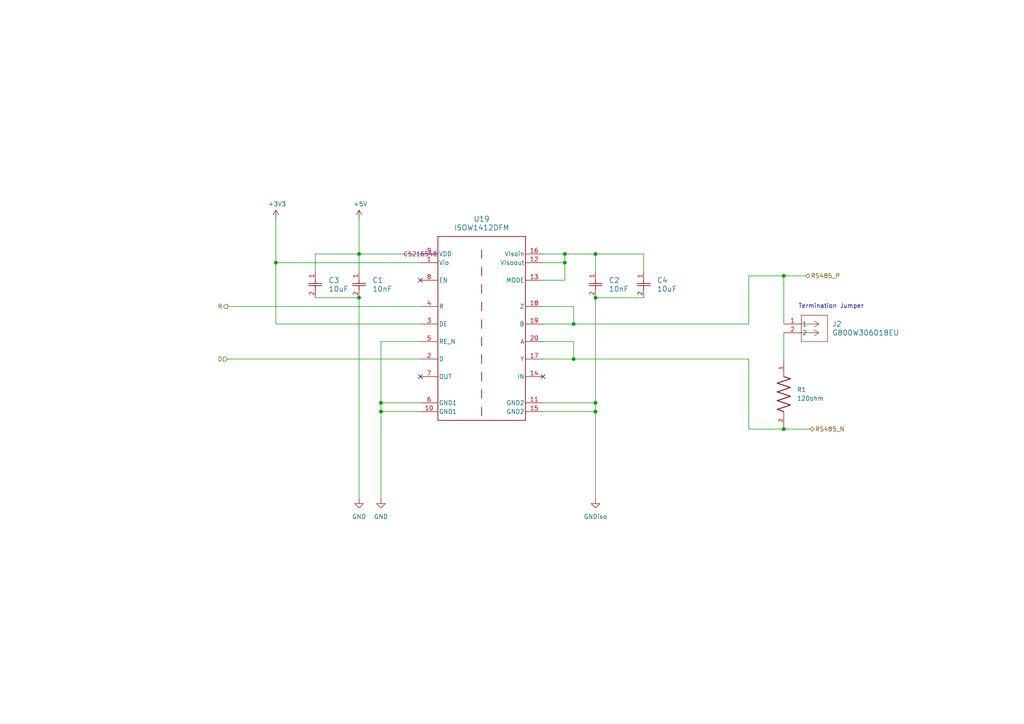
<source format=kicad_sch>
(kicad_sch (version 20231120) (generator "eeschema") (generator_version "8.0")
  (paper "A4")
  (lib_symbols
    (symbol "2024-08-22_04-22-29:ISOW1412DFM" (pin_names (offset 0.254))
      (property "Reference" "U" (at 0 2.54 0))
      (property "Value" "ISOW1412DFM" (at 0 0 0))
      (property "LCSC" "C5216548" (at 0 0 0))
      (symbol "ISOW1412DFM_0_1"
        (polyline (pts (xy 5.08 -48.26) (xy 30.48 -48.26)) (stroke (width 0.2032)))
        (polyline (pts (xy 5.08 5.08) (xy 5.08 -48.26)) (stroke (width 0.2032)))
        (polyline (pts (xy 17.78 -44.45) (xy 17.78 -46.99)) (stroke (width 0.2032)))
        (polyline (pts (xy 17.78 -39.37) (xy 17.78 -41.91)) (stroke (width 0.2032)))
        (polyline (pts (xy 17.78 -36.83) (xy 17.78 -34.29)) (stroke (width 0.2032)))
        (polyline (pts (xy 17.78 -29.21) (xy 17.78 -31.75)) (stroke (width 0.2032)))
        (polyline (pts (xy 17.78 -24.13) (xy 17.78 -26.67)) (stroke (width 0.2032)))
        (polyline (pts (xy 17.78 -19.05) (xy 17.78 -21.59)) (stroke (width 0.2032)))
        (polyline (pts (xy 17.78 -13.97) (xy 17.78 -16.51)) (stroke (width 0.2032)))
        (polyline (pts (xy 17.78 -8.89) (xy 17.78 -11.43)) (stroke (width 0.2032)))
        (polyline (pts (xy 17.78 -3.81) (xy 17.78 -6.35)) (stroke (width 0.2032)))
        (polyline (pts (xy 17.78 1.27) (xy 17.78 -1.27)) (stroke (width 0.2032)))
        (polyline (pts (xy 30.48 -48.26) (xy 30.48 5.08)) (stroke (width 0.2032)))
        (polyline (pts (xy 30.48 5.08) (xy 5.08 5.08)) (stroke (width 0.2032)))
        (pin power_in line (at 0 -2.54 0) (length 5.08) (name "Vio") (number "1"))
        (pin power_in line (at 0 -45.72 0) (length 5.08) (name "GND1") (number "10"))
        (pin power_in line (at 35.56 -43.18 180) (length 5.08) (name "GND2") (number "11"))
        (pin power_in line (at 35.56 -2.54 180) (length 5.08) (name "Visoout") (number "12"))
        (pin input line (at 35.56 -7.62 180) (length 5.08) (name "MODE") (number "13"))
        (pin input line (at 35.56 -35.56 180) (length 5.08) (name "IN") (number "14"))
        (pin power_in line (at 35.56 -45.72 180) (length 5.08) (name "GND2") (number "15"))
        (pin power_in line (at 35.56 0 180) (length 5.08) (name "Visoin") (number "16"))
        (pin output line (at 35.56 -30.48 180) (length 5.08) (name "Y") (number "17"))
        (pin output line (at 35.56 -15.24 180) (length 5.08) (name "Z") (number "18"))
        (pin input line (at 35.56 -20.32 180) (length 5.08) (name "B") (number "19"))
        (pin input line (at 0 -30.48 0) (length 5.08) (name "D") (number "2"))
        (pin input line (at 35.56 -25.4 180) (length 5.08) (name "A") (number "20"))
        (pin input line (at 0 -20.32 0) (length 5.08) (name "DE") (number "3"))
        (pin output line (at 0 -15.24 0) (length 5.08) (name "R") (number "4"))
        (pin input line (at 0 -25.4 0) (length 5.08) (name "RE_N") (number "5"))
        (pin power_in line (at 0 -43.18 0) (length 5.08) (name "GND1") (number "6"))
        (pin output line (at 0 -35.56 0) (length 5.08) (name "OUT") (number "7"))
        (pin input line (at 0 -7.62 0) (length 5.08) (name "EN") (number "8"))
        (pin power_in line (at 0 0 0) (length 5.08) (name "VDD") (number "9"))
      )
    )
    (symbol "2024-08-22_05-01-27:C0402C103K3REC7411" (pin_names (offset 0.254))
      (property "Reference" "C" (at 3.81 3.81 0))
      (property "Value" "C0402C103K3REC7411" (at 3.81 -3.81 0))
      (symbol "C0402C103K3REC7411_1_1"
        (polyline (pts (xy 2.54 0) (xy 3.4798 0)) (stroke (width 0.2032)))
        (polyline (pts (xy 3.4798 -1.905) (xy 3.4798 1.905)) (stroke (width 0.2032)))
        (polyline (pts (xy 4.1148 -1.905) (xy 4.1148 1.905)) (stroke (width 0.2032)))
        (polyline (pts (xy 4.1148 0) (xy 5.08 0)) (stroke (width 0.2032)))
        (pin unspecified line (at 0 0 0) (length 2.54) (name "") (number "1"))
        (pin unspecified line (at 7.62 0 180) (length 2.54) (name "") (number "2"))
      )
      (symbol "C0402C103K3REC7411_1_2"
        (polyline (pts (xy -1.905 -4.1148) (xy 1.905 -4.1148)) (stroke (width 0.2032)))
        (polyline (pts (xy -1.905 -3.4798) (xy 1.905 -3.4798)) (stroke (width 0.2032)))
        (polyline (pts (xy 0 -4.1148) (xy 0 -5.08)) (stroke (width 0.2032)))
        (polyline (pts (xy 0 -2.54) (xy 0 -3.4798)) (stroke (width 0.2032)))
        (pin unspecified line (at 0 0 270) (length 2.54) (name "") (number "1"))
        (pin unspecified line (at 0 -7.62 90) (length 2.54) (name "") (number "2"))
      )
    )
    (symbol "2024-08-22_05-16-03:GRM155R61A106ME11D" (pin_names (offset 0.254))
      (property "Reference" "C" (at 3.81 3.81 0))
      (property "Value" "GRM155R61A106ME11D" (at 3.81 -3.81 0))
      (symbol "GRM155R61A106ME11D_1_1"
        (polyline (pts (xy 2.54 0) (xy 3.4798 0)) (stroke (width 0.2032)))
        (polyline (pts (xy 3.4798 -1.905) (xy 3.4798 1.905)) (stroke (width 0.2032)))
        (polyline (pts (xy 4.1148 -1.905) (xy 4.1148 1.905)) (stroke (width 0.2032)))
        (polyline (pts (xy 4.1148 0) (xy 5.08 0)) (stroke (width 0.2032)))
        (pin unspecified line (at 0 0 0) (length 2.54) (name "") (number "1"))
        (pin unspecified line (at 7.62 0 180) (length 2.54) (name "") (number "2"))
      )
      (symbol "GRM155R61A106ME11D_1_2"
        (polyline (pts (xy -1.905 -4.1148) (xy 1.905 -4.1148)) (stroke (width 0.2032)))
        (polyline (pts (xy -1.905 -3.4798) (xy 1.905 -3.4798)) (stroke (width 0.2032)))
        (polyline (pts (xy 0 -4.1148) (xy 0 -5.08)) (stroke (width 0.2032)))
        (polyline (pts (xy 0 -2.54) (xy 0 -3.4798)) (stroke (width 0.2032)))
        (pin unspecified line (at 0 0 270) (length 2.54) (name "") (number "1"))
        (pin unspecified line (at 0 -7.62 90) (length 2.54) (name "") (number "2"))
      )
    )
    (symbol "2024-08-22_05-32-38:G800W306018EU" (pin_names (offset 0.254))
      (property "Reference" "J" (at 8.89 6.35 0))
      (property "Value" "G800W306018EU" (at 0 0 0))
      (symbol "G800W306018EU_1_1"
        (polyline (pts (xy 5.08 -5.08) (xy 12.7 -5.08)) (stroke (width 0.127)))
        (polyline (pts (xy 5.08 2.54) (xy 5.08 -5.08)) (stroke (width 0.127)))
        (polyline (pts (xy 10.16 -2.54) (xy 5.08 -2.54)) (stroke (width 0.127)))
        (polyline (pts (xy 10.16 -2.54) (xy 8.89 -3.3867)) (stroke (width 0.127)))
        (polyline (pts (xy 10.16 -2.54) (xy 8.89 -1.6933)) (stroke (width 0.127)))
        (polyline (pts (xy 10.16 0) (xy 5.08 0)) (stroke (width 0.127)))
        (polyline (pts (xy 10.16 0) (xy 8.89 -0.8467)) (stroke (width 0.127)))
        (polyline (pts (xy 10.16 0) (xy 8.89 0.8467)) (stroke (width 0.127)))
        (polyline (pts (xy 12.7 -5.08) (xy 12.7 2.54)) (stroke (width 0.127)))
        (polyline (pts (xy 12.7 2.54) (xy 5.08 2.54)) (stroke (width 0.127)))
        (pin unspecified line (at 0 0 0) (length 5.08) (name "1") (number "1"))
        (pin unspecified line (at 0 -2.54 0) (length 5.08) (name "2") (number "2"))
      )
      (symbol "G800W306018EU_1_2"
        (polyline (pts (xy 5.08 -5.08) (xy 12.7 -5.08)) (stroke (width 0.127)))
        (polyline (pts (xy 5.08 2.54) (xy 5.08 -5.08)) (stroke (width 0.127)))
        (polyline (pts (xy 7.62 -2.54) (xy 5.08 -2.54)) (stroke (width 0.127)))
        (polyline (pts (xy 7.62 -2.54) (xy 8.89 -3.3867)) (stroke (width 0.127)))
        (polyline (pts (xy 7.62 -2.54) (xy 8.89 -1.6933)) (stroke (width 0.127)))
        (polyline (pts (xy 7.62 0) (xy 5.08 0)) (stroke (width 0.127)))
        (polyline (pts (xy 7.62 0) (xy 8.89 -0.8467)) (stroke (width 0.127)))
        (polyline (pts (xy 7.62 0) (xy 8.89 0.8467)) (stroke (width 0.127)))
        (polyline (pts (xy 12.7 -5.08) (xy 12.7 2.54)) (stroke (width 0.127)))
        (polyline (pts (xy 12.7 2.54) (xy 5.08 2.54)) (stroke (width 0.127)))
        (pin unspecified line (at 0 0 0) (length 5.08) (name "1") (number "1"))
        (pin unspecified line (at 0 -2.54 0) (length 5.08) (name "2") (number "2"))
      )
    )
    (symbol "ERJPA2F1200X:ERJPA2F1200X" (pin_names (offset 1.016))
      (property "Reference" "R" (at -7.624 2.541 0))
      (property "Value" "ERJPA2F1200X" (at -7.624 -5.087 0))
      (symbol "ERJPA2F1200X_0_0"
        (polyline (pts (xy -5.08 0) (xy -4.445 1.905)) (stroke (width 0.254)))
        (polyline (pts (xy -4.445 1.905) (xy -3.175 -1.905)) (stroke (width 0.254)))
        (polyline (pts (xy -3.175 -1.905) (xy -1.905 1.905)) (stroke (width 0.254)))
        (polyline (pts (xy -1.905 1.905) (xy -0.635 -1.905)) (stroke (width 0.254)))
        (polyline (pts (xy -0.635 -1.905) (xy 0.635 1.905)) (stroke (width 0.254)))
        (polyline (pts (xy 0.635 1.905) (xy 1.905 -1.905)) (stroke (width 0.254)))
        (polyline (pts (xy 1.905 -1.905) (xy 3.175 1.905)) (stroke (width 0.254)))
        (polyline (pts (xy 3.175 1.905) (xy 4.445 -1.905)) (stroke (width 0.254)))
        (polyline (pts (xy 4.445 -1.905) (xy 5.08 0)) (stroke (width 0.254)))
        (pin passive line (at -10.16 0 0) (length 5.08) (name "~") (number "1"))
        (pin passive line (at 10.16 0 180) (length 5.08) (name "~") (number "2"))
      )
    )
    (symbol "power:+3.3V" (power) (pin_numbers hide) (pin_names (offset 0) hide)
      (property "Value" "+3.3V" (at 0 3.556 0))
      (symbol "+3.3V_0_1"
        (polyline (pts (xy -0.762 1.27) (xy 0 2.54)))
        (polyline (pts (xy 0 0) (xy 0 2.54)))
        (polyline (pts (xy 0 2.54) (xy 0.762 1.27)))
      )
      (symbol "+3.3V_1_1"
        (pin power_in line (at 0 0 90) (length 0) (name "~") (number "1"))
      )
    )
    (symbol "power:+5V" (power) (pin_numbers hide) (pin_names (offset 0) hide)
      (property "Value" "+5V" (at 0 3.556 0))
      (symbol "+5V_0_1"
        (polyline (pts (xy -0.762 1.27) (xy 0 2.54)))
        (polyline (pts (xy 0 0) (xy 0 2.54)))
        (polyline (pts (xy 0 2.54) (xy 0.762 1.27)))
      )
      (symbol "+5V_1_1"
        (pin power_in line (at 0 0 90) (length 0) (name "~") (number "1"))
      )
    )
    (symbol "power:GND" (power) (pin_numbers hide) (pin_names (offset 0) hide)
      (property "Value" "GND" (at 0 -3.81 0))
      (symbol "GND_0_1"
        (polyline (pts (xy 0 0) (xy 0 -1.27) (xy 1.27 -1.27) (xy 0 -2.54) (xy -1.27 -1.27) (xy 0 -1.27)))
      )
      (symbol "GND_1_1"
        (pin power_in line (at 0 0 270) (length 0) (name "~") (number "1"))
      )
    )
  )
  (junction (at 172.72 73.66))
  (junction (at 163.83 73.66))
  (junction (at 227.33 124.46))
  (junction (at 227.33 80.01))
  (junction (at 110.49 116.84))
  (junction (at 104.14 73.66))
  (junction (at 80.01 76.2))
  (junction (at 172.72 119.38))
  (junction (at 163.83 76.2))
  (junction (at 166.37 104.14))
  (junction (at 166.37 93.98))
  (junction (at 172.72 86.36))
  (junction (at 172.72 116.84))
  (junction (at 104.14 86.36))
  (junction (at 110.49 119.38))
  (no_connect (at 157.48 109.22))
  (no_connect (at 121.92 81.28))
  (no_connect (at 121.92 109.22))
  (wire (pts (xy 104.14 73.66) (xy 104.14 78.74)))
  (wire (pts (xy 166.37 104.14) (xy 217.17 104.14)))
  (wire (pts (xy 157.48 119.38) (xy 172.72 119.38)))
  (wire (pts (xy 166.37 88.9) (xy 166.37 93.98)))
  (wire (pts (xy 66.04 104.14) (xy 121.92 104.14)))
  (wire (pts (xy 110.49 119.38) (xy 110.49 144.78)))
  (wire (pts (xy 172.72 86.36) (xy 172.72 116.84)))
  (wire (pts (xy 110.49 116.84) (xy 121.92 116.84)))
  (wire (pts (xy 80.01 63.5) (xy 80.01 76.2)))
  (wire (pts (xy 157.48 116.84) (xy 172.72 116.84)))
  (wire (pts (xy 110.49 116.84) (xy 110.49 119.38)))
  (wire (pts (xy 157.48 88.9) (xy 166.37 88.9)))
  (wire (pts (xy 157.48 104.14) (xy 166.37 104.14)))
  (wire (pts (xy 157.48 81.28) (xy 163.83 81.28)))
  (wire (pts (xy 166.37 93.98) (xy 157.48 93.98)))
  (wire (pts (xy 217.17 104.14) (xy 217.17 124.46)))
  (wire (pts (xy 163.83 73.66) (xy 163.83 76.2)))
  (wire (pts (xy 227.33 96.52) (xy 227.33 104.14)))
  (wire (pts (xy 166.37 99.06) (xy 157.48 99.06)))
  (wire (pts (xy 80.01 93.98) (xy 80.01 76.2)))
  (wire (pts (xy 91.44 73.66) (xy 104.14 73.66)))
  (wire (pts (xy 121.92 73.66) (xy 104.14 73.66)))
  (wire (pts (xy 121.92 93.98) (xy 80.01 93.98)))
  (wire (pts (xy 172.72 116.84) (xy 172.72 119.38)))
  (wire (pts (xy 172.72 119.38) (xy 172.72 144.78)))
  (wire (pts (xy 104.14 86.36) (xy 104.14 144.78)))
  (wire (pts (xy 172.72 86.36) (xy 186.69 86.36)))
  (wire (pts (xy 110.49 99.06) (xy 110.49 116.84)))
  (wire (pts (xy 227.33 124.46) (xy 234.95 124.46)))
  (wire (pts (xy 227.33 80.01) (xy 233.68 80.01)))
  (wire (pts (xy 172.72 73.66) (xy 172.72 78.74)))
  (wire (pts (xy 227.33 80.01) (xy 227.33 93.98)))
  (wire (pts (xy 217.17 80.01) (xy 227.33 80.01)))
  (wire (pts (xy 104.14 63.5) (xy 104.14 73.66)))
  (wire (pts (xy 217.17 124.46) (xy 227.33 124.46)))
  (wire (pts (xy 163.83 73.66) (xy 172.72 73.66)))
  (wire (pts (xy 157.48 73.66) (xy 163.83 73.66)))
  (wire (pts (xy 80.01 76.2) (xy 121.92 76.2)))
  (wire (pts (xy 186.69 78.74) (xy 186.69 73.66)))
  (wire (pts (xy 91.44 86.36) (xy 104.14 86.36)))
  (wire (pts (xy 166.37 93.98) (xy 217.17 93.98)))
  (wire (pts (xy 110.49 119.38) (xy 121.92 119.38)))
  (wire (pts (xy 91.44 78.74) (xy 91.44 73.66)))
  (wire (pts (xy 186.69 73.66) (xy 172.72 73.66)))
  (wire (pts (xy 166.37 104.14) (xy 166.37 99.06)))
  (wire (pts (xy 121.92 99.06) (xy 110.49 99.06)))
  (wire (pts (xy 217.17 93.98) (xy 217.17 80.01)))
  (wire (pts (xy 163.83 76.2) (xy 157.48 76.2)))
  (wire (pts (xy 163.83 81.28) (xy 163.83 76.2)))
  (wire (pts (xy 66.04 88.9) (xy 121.92 88.9)))
  (text "Termination Jumper" (at 241.046 88.9 0) (effects (font (size 1.27 1.27))))
  (hierarchical_label "R" (shape output) (at 66.04 88.9 180))
  (hierarchical_label "RS485_P" (shape bidirectional) (at 233.68 80.01 0))
  (hierarchical_label "D" (shape input) (at 66.04 104.14 180))
  (hierarchical_label "RS485_N" (shape bidirectional) (at 234.95 124.46 0))
  (symbol (lib_id "power:GND") (at 172.72 144.78 0) (unit 1)
    (property "Reference" "#PWR032" (effects (hide yes)))
    (property "Value" "GNDiso" (at 172.72 149.86 0))
    (property "Description" "Power symbol creates a global label with name \"GND\" , ground" (effects (hide yes)))
  )
  (symbol (lib_id "power:+3.3V") (at 80.01 63.5 0) (unit 1)
    (property "Reference" "#PWR030" (effects (hide yes)))
    (property "Value" "+3V3" (at 80.3783 59.1756 0))
    (property "Description" "Power symbol creates a global label with name \"+3.3V\"" (effects (hide yes)))
  )
  (symbol (lib_id "2024-08-22_05-01-27:C0402C103K3REC7411") (at 172.72 78.74 270) (unit 1)
    (property "Reference" "C2" (at 176.53 81.2799 90) (effects (font (size 1.524 1.524)) (justify left)))
    (property "Value" "10nF" (at 176.53 83.8199 90) (effects (font (size 1.524 1.524)) (justify left)))
    (property "Footprint" "CAPC10555_55N_KEM" (effects (hide yes)))
    (property "Datasheet" "C0402C103K3REC7411" (effects (hide yes)))
    (property "Description" "C0402C103K3REC7411" (effects (hide yes)))
    (property "LCSC" "C650944" (effects (hide yes)))
  )
  (symbol (lib_id "2024-08-22_05-32-38:G800W306018EU") (at 227.33 93.98 0) (unit 1)
    (property "Reference" "J2" (at 241.3 93.9799 0) (effects (font (size 1.524 1.524)) (justify left)))
    (property "Value" "G800W306018EU" (at 241.3 96.5199 0) (effects (font (size 1.524 1.524)) (justify left)))
    (property "Footprint" "CONN02_G800_5P08X2P5_AMP" (effects (hide yes)))
    (property "Datasheet" "G800W306018EU" (effects (hide yes)))
    (property "LCSC" "C5360898" (effects (hide yes)))
  )
  (symbol (lib_id "power:+5V") (at 104.14 63.5 0) (unit 1)
    (property "Reference" "#PWR031" (effects (hide yes)))
    (property "Value" "+5V" (at 104.5083 59.1756 0))
    (property "Description" "Power symbol creates a global label with name \"+5V\"" (effects (hide yes)))
  )
  (symbol (lib_id "2024-08-22_05-01-27:C0402C103K3REC7411") (at 104.14 78.74 270) (unit 1)
    (property "Reference" "C1" (at 107.95 81.2799 90) (effects (font (size 1.524 1.524)) (justify left)))
    (property "Value" "10nF" (at 107.95 83.8199 90) (effects (font (size 1.524 1.524)) (justify left)))
    (property "Footprint" "CAPC10555_55N_KEM" (effects (hide yes)))
    (property "Datasheet" "C0402C103K3REC7411" (effects (hide yes)))
    (property "Description" "C0402C103K3REC7411" (effects (hide yes)))
    (property "LCSC" "C650944" (effects (hide yes)))
  )
  (symbol (lib_id "2024-08-22_04-22-29:ISOW1412DFM") (at 121.92 73.66 0) (unit 1)
    (property "Reference" "U19" (at 139.7 63.5 0) (effects (font (size 1.524 1.524))))
    (property "Value" "ISOW1412DFM" (at 139.7 66.04 0) (effects (font (size 1.524 1.524))))
    (property "Footprint" "DFM0020A-IPC_A" (effects (hide yes)))
    (property "Datasheet" "ISOW1412DFM" (effects (hide yes)))
    (property "LCSC" "C5216548" (at 121.92 73.66 0))
  )
  (symbol (lib_id "power:GND") (at 110.49 144.78 0) (unit 1)
    (property "Reference" "#PWR029" (effects (hide yes)))
    (property "Value" "GND" (at 110.49 149.86 0))
    (property "Description" "Power symbol creates a global label with name \"GND\" , ground" (effects (hide yes)))
  )
  (symbol (lib_id "2024-08-22_05-16-03:GRM155R61A106ME11D") (at 91.44 78.74 270) (unit 1)
    (property "Reference" "C3" (at 95.25 81.2799 90) (effects (font (size 1.524 1.524)) (justify left)))
    (property "Value" "10uF" (at 95.25 83.8199 90) (effects (font (size 1.524 1.524)) (justify left)))
    (property "Footprint" "CAP_GRM155R61A106ME11_MUR" (effects (hide yes)))
    (property "Datasheet" "GRM155R61A106ME11D" (effects (hide yes)))
    (property "Description" "10uF, 10V" (effects (hide yes)))
    (property "LCSC" "C408132" (effects (hide yes)))
  )
  (symbol (lib_id "ERJPA2F1200X:ERJPA2F1200X") (at 227.33 114.3 270) (unit 1)
    (property "Reference" "R1" (at 231.14 113.0299 90) (effects (justify left)))
    (property "Value" "120ohm" (at 231.14 115.5699 90) (effects (justify left)))
    (property "Footprint" "ERJPA2F1200X:RES_ERJPA2F1200X" (effects (hide yes)))
    (property "Description" "ERJPA2F1200X" (effects (hide yes)))
    (property "PARTREV" "3/1/2020" (effects (hide yes)))
    (property "STANDARD" "Manufacturer Recommendations" (effects (hide yes)))
    (property "MAXIMUM_PACKAGE_HEIGHT" "0.35 mm" (effects (hide yes)))
    (property "MANUFACTURER" "Panasonic" (effects (hide yes)))
    (property "LCSC" "C102779" (effects (hide yes)))
  )
  (symbol (lib_id "power:GND") (at 104.14 144.78 0) (unit 1)
    (property "Reference" "#PWR033" (effects (hide yes)))
    (property "Value" "GND" (at 104.14 149.86 0))
    (property "Description" "Power symbol creates a global label with name \"GND\" , ground" (effects (hide yes)))
  )
  (symbol (lib_id "2024-08-22_05-16-03:GRM155R61A106ME11D") (at 186.69 78.74 270) (unit 1)
    (property "Reference" "C4" (at 190.5 81.2799 90) (effects (font (size 1.524 1.524)) (justify left)))
    (property "Value" "10uF" (at 190.5 83.8199 90) (effects (font (size 1.524 1.524)) (justify left)))
    (property "Footprint" "CAP_GRM155R61A106ME11_MUR" (effects (hide yes)))
    (property "Datasheet" "GRM155R61A106ME11D" (effects (hide yes)))
    (property "Description" "10uF, 10V" (effects (hide yes)))
    (property "LCSC" "C408132" (effects (hide yes)))
  )
)
</source>
